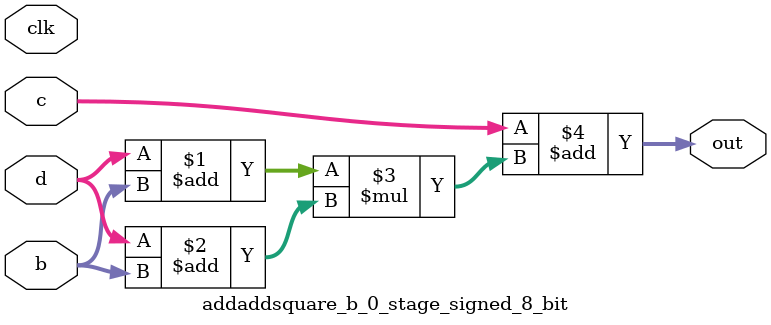
<source format=sv>
(* use_dsp = "yes" *) module addaddsquare_b_0_stage_signed_8_bit(
	input signed [7:0] b,
	input signed [7:0] c,
	input signed [7:0] d,
	output [7:0] out,
	input clk);

	assign out = c + ((d + b) * (d + b));
endmodule

</source>
